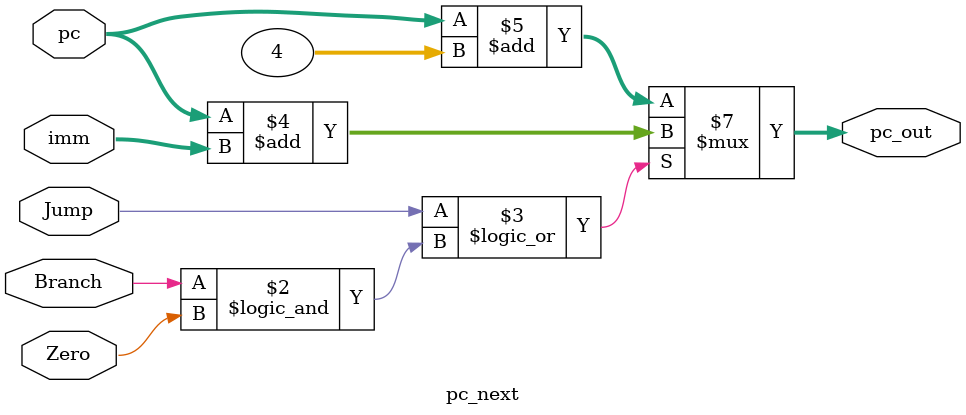
<source format=v>
module pc_next (
    input Branch,
    input Zero,
    input Jump,
    input [31:0] imm,
    input [31:0] pc,
    output reg [31:0] pc_out
);
    always @ (*) begin
        if (Jump || (Branch && Zero)) begin
            pc_out = pc + imm;
        end
        else begin
            pc_out = pc + 4;
        end
    end
endmodule
</source>
